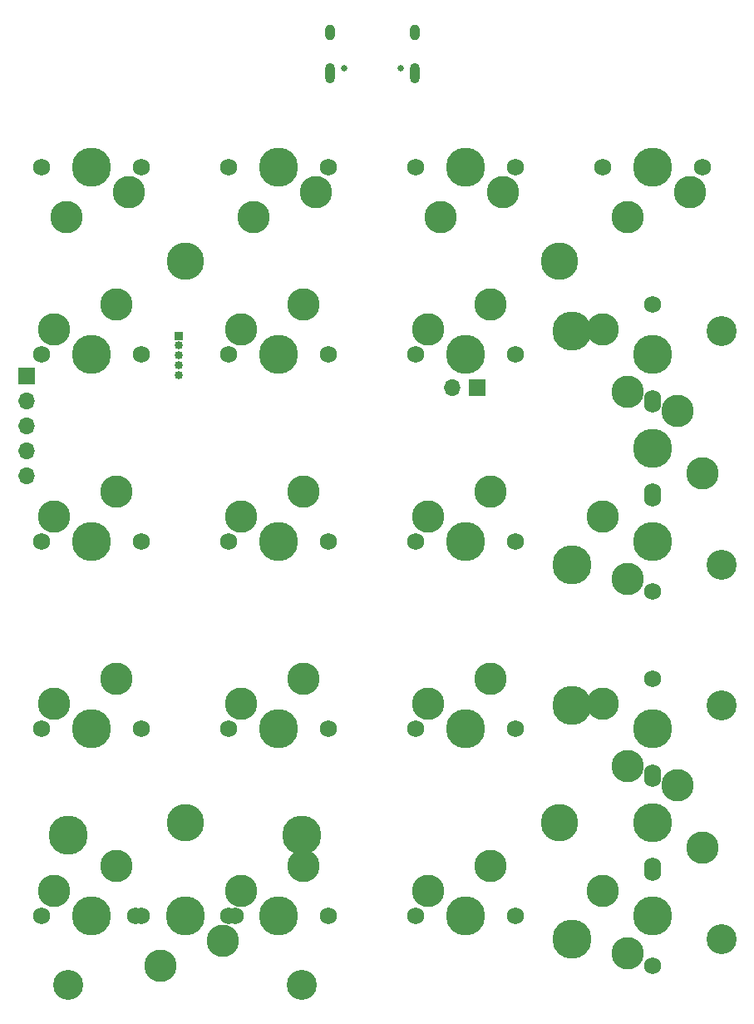
<source format=gts>
%TF.GenerationSoftware,KiCad,Pcbnew,(6.0.6)*%
%TF.CreationDate,2022-08-23T00:03:29+10:00*%
%TF.ProjectId,snzagpad,736e7a61-6770-4616-942e-6b696361645f,rev?*%
%TF.SameCoordinates,Original*%
%TF.FileFunction,Soldermask,Top*%
%TF.FilePolarity,Negative*%
%FSLAX46Y46*%
G04 Gerber Fmt 4.6, Leading zero omitted, Abs format (unit mm)*
G04 Created by KiCad (PCBNEW (6.0.6)) date 2022-08-23 00:03:29*
%MOMM*%
%LPD*%
G01*
G04 APERTURE LIST*
%ADD10C,3.048000*%
%ADD11C,3.987800*%
%ADD12R,1.700000X1.700000*%
%ADD13O,1.700000X1.700000*%
%ADD14R,0.850000X0.850000*%
%ADD15O,0.850000X0.850000*%
%ADD16C,0.650000*%
%ADD17O,1.000000X2.100000*%
%ADD18O,1.000000X1.600000*%
%ADD19C,1.750000*%
%ADD20C,3.300000*%
%ADD21C,3.800000*%
G04 APERTURE END LIST*
D10*
X106203750Y-78581250D03*
X106203750Y-102393750D03*
D11*
X90963750Y-78581250D03*
X90963750Y-102393750D03*
D12*
X81318750Y-84297500D03*
D13*
X78778750Y-84297500D03*
D10*
X39687500Y-145097500D03*
D11*
X63500000Y-129857500D03*
X39687500Y-129857500D03*
D10*
X63500000Y-145097500D03*
D12*
X35420625Y-83172500D03*
D13*
X35420625Y-85712500D03*
X35420625Y-88252500D03*
X35420625Y-90792500D03*
X35420625Y-93332500D03*
D11*
X90963750Y-140493750D03*
X90963750Y-116681250D03*
D10*
X106203750Y-116681250D03*
X106203750Y-140493750D03*
D14*
X50978750Y-79042500D03*
D15*
X50978750Y-80042500D03*
X50978750Y-81042500D03*
X50978750Y-82042500D03*
X50978750Y-83042500D03*
D16*
X73533750Y-51812500D03*
X67753750Y-51812500D03*
D17*
X74963750Y-52342500D03*
D18*
X74963750Y-48162500D03*
X66323750Y-48162500D03*
D17*
X66323750Y-52342500D03*
D11*
X80168750Y-61912500D03*
D19*
X75088750Y-61912500D03*
X85248750Y-61912500D03*
D20*
X83978750Y-64452500D03*
X77628750Y-66992500D03*
D19*
X99218750Y-133667500D03*
D11*
X99218750Y-128587500D03*
D19*
X99218750Y-123507500D03*
D20*
X101758750Y-124777500D03*
X104298750Y-131127500D03*
D21*
X89693750Y-71437500D03*
D19*
X47148750Y-138112500D03*
D11*
X42068750Y-138112500D03*
D19*
X36988750Y-138112500D03*
D20*
X38258750Y-135572500D03*
X44608750Y-133032500D03*
D19*
X47148750Y-80962500D03*
X36988750Y-80962500D03*
D11*
X42068750Y-80962500D03*
D20*
X38258750Y-78422500D03*
X44608750Y-75882500D03*
D19*
X99218750Y-95567500D03*
X99218750Y-85407500D03*
D11*
X99218750Y-90487500D03*
D20*
X101758750Y-86677500D03*
X104298750Y-93027500D03*
D19*
X99218750Y-113982500D03*
D11*
X99218750Y-119062500D03*
D19*
X99218750Y-124142500D03*
D20*
X96678750Y-122872500D03*
X94138750Y-116522500D03*
D19*
X99218750Y-94932500D03*
D11*
X99218750Y-100012500D03*
D19*
X99218750Y-105092500D03*
D20*
X96678750Y-103822500D03*
X94138750Y-97472500D03*
D21*
X51593750Y-128587500D03*
X89693750Y-128587500D03*
D19*
X36988750Y-100012500D03*
D11*
X42068750Y-100012500D03*
D19*
X47148750Y-100012500D03*
D20*
X38258750Y-97472500D03*
X44608750Y-94932500D03*
D11*
X80168750Y-119062500D03*
D19*
X75088750Y-119062500D03*
X85248750Y-119062500D03*
D20*
X76358750Y-116522500D03*
X82708750Y-113982500D03*
D19*
X66198750Y-138112500D03*
D11*
X61118750Y-138112500D03*
D19*
X56038750Y-138112500D03*
D20*
X57308750Y-135572500D03*
X63658750Y-133032500D03*
D11*
X80168750Y-100012500D03*
D19*
X75088750Y-100012500D03*
X85248750Y-100012500D03*
D20*
X76358750Y-97472500D03*
X82708750Y-94932500D03*
D19*
X47148750Y-119062500D03*
X36988750Y-119062500D03*
D11*
X42068750Y-119062500D03*
D20*
X38258750Y-116522500D03*
X44608750Y-113982500D03*
D11*
X61118750Y-61912500D03*
D19*
X66198750Y-61912500D03*
X56038750Y-61912500D03*
D20*
X64928750Y-64452500D03*
X58578750Y-66992500D03*
D11*
X61118750Y-80962500D03*
D19*
X56038750Y-80962500D03*
X66198750Y-80962500D03*
D20*
X57308750Y-78422500D03*
X63658750Y-75882500D03*
D19*
X94138750Y-61912500D03*
X104298750Y-61912500D03*
D11*
X99218750Y-61912500D03*
D20*
X103028750Y-64452500D03*
X96678750Y-66992500D03*
D11*
X80168750Y-138112500D03*
D19*
X75088750Y-138112500D03*
X85248750Y-138112500D03*
D20*
X76358750Y-135572500D03*
X82708750Y-133032500D03*
D11*
X99218750Y-138112500D03*
D19*
X99218750Y-133032500D03*
X99218750Y-143192500D03*
D20*
X96678750Y-141922500D03*
X94138750Y-135572500D03*
D11*
X51593750Y-138112500D03*
D19*
X46513750Y-138112500D03*
X56673750Y-138112500D03*
D20*
X55403750Y-140652500D03*
X49053750Y-143192500D03*
D11*
X61118750Y-100012500D03*
D19*
X66198750Y-100012500D03*
X56038750Y-100012500D03*
D20*
X57308750Y-97472500D03*
X63658750Y-94932500D03*
D19*
X99218750Y-86042500D03*
X99218750Y-75882500D03*
D11*
X99218750Y-80962500D03*
D20*
X96678750Y-84772500D03*
X94138750Y-78422500D03*
D19*
X36988750Y-61912500D03*
D11*
X42068750Y-61912500D03*
D19*
X47148750Y-61912500D03*
D20*
X45878750Y-64452500D03*
X39528750Y-66992500D03*
D19*
X75088750Y-80962500D03*
D11*
X80168750Y-80962500D03*
D19*
X85248750Y-80962500D03*
D20*
X76358750Y-78422500D03*
X82708750Y-75882500D03*
D21*
X51593750Y-71437500D03*
D19*
X56038750Y-119062500D03*
X66198750Y-119062500D03*
D11*
X61118750Y-119062500D03*
D20*
X57308750Y-116522500D03*
X63658750Y-113982500D03*
M02*

</source>
